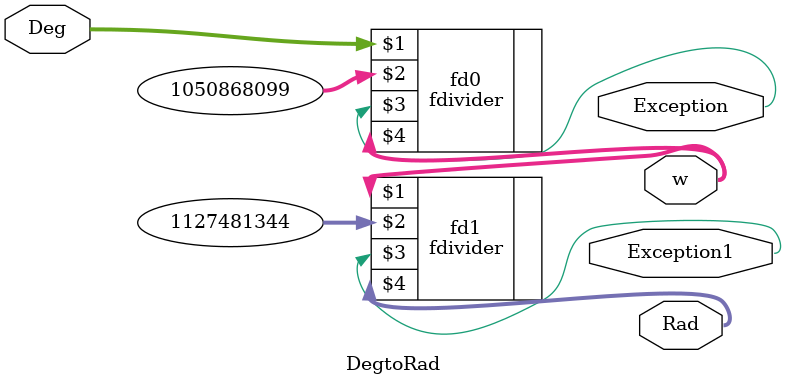
<source format=v>
module DegtoRad(
	input [31:0] Deg,
	output [31:0] Rad,
	output wire Exception,
	output wire Exception1,
	output [31:0]w
);
	
	fdivider fd0(Deg, 32'h3ea2f983, Exception, w);
	fdivider fd1(w, 32'h43340000, Exception1, Rad);
endmodule
</source>
